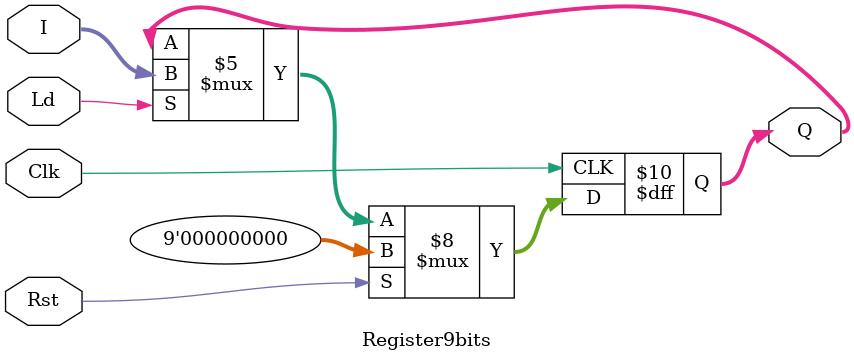
<source format=v>
`timescale 1ns / 1ps


module Register9bits(Clk, Rst, Ld, I, Q);
    input Clk, Rst, Ld;
    input [8:0] I;
    output reg [8:0] Q;
    
    always @(posedge Clk)
    begin
        if(Rst == 1)
            Q <= 9'b0;
        else if (Ld == 1)
            Q <= I;
        else
            Q <= Q;
    end
endmodule

</source>
